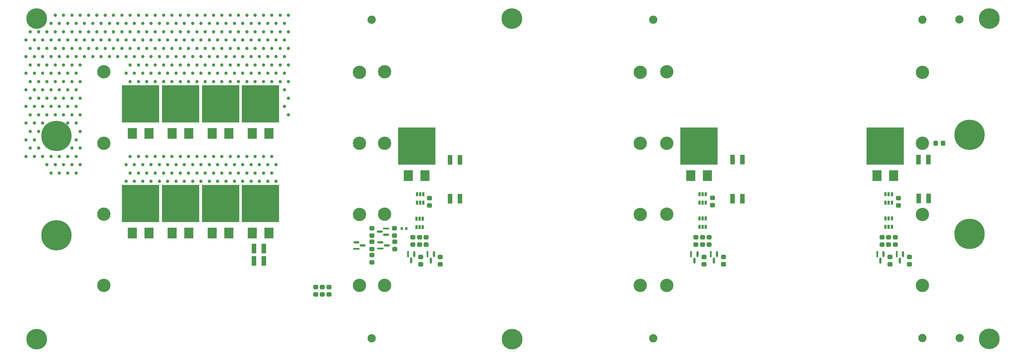
<source format=gbs>
G04*
G04 #@! TF.GenerationSoftware,Altium Limited,Altium Designer,21.6.4 (81)*
G04*
G04 Layer_Color=16711935*
%FSLAX43Y43*%
%MOMM*%
G71*
G04*
G04 #@! TF.SameCoordinates,3B1B0440-9CC4-4517-B04E-561091F89696*
G04*
G04*
G04 #@! TF.FilePolarity,Negative*
G04*
G01*
G75*
G04:AMPARAMS|DCode=21|XSize=1.403mm|YSize=1.503mm|CornerRadius=0.402mm|HoleSize=0mm|Usage=FLASHONLY|Rotation=0.000|XOffset=0mm|YOffset=0mm|HoleType=Round|Shape=RoundedRectangle|*
%AMROUNDEDRECTD21*
21,1,1.403,0.700,0,0,0.0*
21,1,0.600,1.503,0,0,0.0*
1,1,0.803,0.300,-0.350*
1,1,0.803,-0.300,-0.350*
1,1,0.803,-0.300,0.350*
1,1,0.803,0.300,0.350*
%
%ADD21ROUNDEDRECTD21*%
%ADD24C,4.013*%
%ADD25C,9.093*%
%ADD26C,1.003*%
%ADD27C,6.203*%
G04:AMPARAMS|DCode=37|XSize=1.824mm|YSize=0.618mm|CornerRadius=0.309mm|HoleSize=0mm|Usage=FLASHONLY|Rotation=0.000|XOffset=0mm|YOffset=0mm|HoleType=Round|Shape=RoundedRectangle|*
%AMROUNDEDRECTD37*
21,1,1.824,0.000,0,0,0.0*
21,1,1.206,0.618,0,0,0.0*
1,1,0.618,0.603,0.000*
1,1,0.618,-0.603,0.000*
1,1,0.618,-0.603,0.000*
1,1,0.618,0.603,0.000*
%
%ADD37ROUNDEDRECTD37*%
%ADD38R,1.824X0.618*%
%ADD39R,1.358X2.906*%
%ADD43R,0.618X1.824*%
G04:AMPARAMS|DCode=44|XSize=1.824mm|YSize=0.618mm|CornerRadius=0.309mm|HoleSize=0mm|Usage=FLASHONLY|Rotation=270.000|XOffset=0mm|YOffset=0mm|HoleType=Round|Shape=RoundedRectangle|*
%AMROUNDEDRECTD44*
21,1,1.824,0.000,0,0,270.0*
21,1,1.206,0.618,0,0,270.0*
1,1,0.618,0.000,-0.603*
1,1,0.618,0.000,0.603*
1,1,0.618,0.000,0.603*
1,1,0.618,0.000,-0.603*
%
%ADD44ROUNDEDRECTD44*%
G04:AMPARAMS|DCode=49|XSize=1.403mm|YSize=1.503mm|CornerRadius=0.402mm|HoleSize=0mm|Usage=FLASHONLY|Rotation=270.000|XOffset=0mm|YOffset=0mm|HoleType=Round|Shape=RoundedRectangle|*
%AMROUNDEDRECTD49*
21,1,1.403,0.700,0,0,270.0*
21,1,0.600,1.503,0,0,270.0*
1,1,0.803,-0.350,-0.300*
1,1,0.803,-0.350,0.300*
1,1,0.803,0.350,0.300*
1,1,0.803,0.350,-0.300*
%
%ADD49ROUNDEDRECTD49*%
%ADD50R,0.803X0.903*%
%ADD51R,2.703X3.203*%
%ADD52R,11.203X11.203*%
%ADD53R,0.711X1.219*%
%ADD54C,2.489*%
D21*
X305453Y203962D02*
D03*
X307653D02*
D03*
D24*
X224739Y161163D02*
D03*
Y182626D02*
D03*
Y203962D02*
D03*
Y225425D02*
D03*
X301447Y161163D02*
D03*
Y182499D02*
D03*
Y203962D02*
D03*
Y225298D02*
D03*
X140081Y161163D02*
D03*
Y182626D02*
D03*
Y203962D02*
D03*
Y225425D02*
D03*
X216789Y161163D02*
D03*
Y182499D02*
D03*
Y203962D02*
D03*
Y225298D02*
D03*
X55880Y161163D02*
D03*
Y182626D02*
D03*
Y203962D02*
D03*
Y225425D02*
D03*
X132588Y161163D02*
D03*
Y182499D02*
D03*
Y203962D02*
D03*
Y225298D02*
D03*
D25*
X41605Y176276D02*
D03*
Y206121D02*
D03*
X315595Y206502D02*
D03*
Y176657D02*
D03*
D26*
X111250Y242500D02*
D03*
X110000Y240000D02*
D03*
X111250Y237500D02*
D03*
X110000Y235000D02*
D03*
X111250Y232500D02*
D03*
X110000Y230000D02*
D03*
X111250Y227500D02*
D03*
X110000Y225000D02*
D03*
X111250Y222500D02*
D03*
X110000Y220000D02*
D03*
X111250Y217500D02*
D03*
X110000Y215000D02*
D03*
X111250Y212500D02*
D03*
X108750Y242500D02*
D03*
X107500Y240000D02*
D03*
X108750Y237500D02*
D03*
X107500Y235000D02*
D03*
X108750Y232500D02*
D03*
X107500Y230000D02*
D03*
X108750Y227500D02*
D03*
X107500Y225000D02*
D03*
X108750Y222500D02*
D03*
X106250Y242500D02*
D03*
X105000Y240000D02*
D03*
X106250Y237500D02*
D03*
X105000Y235000D02*
D03*
X106250Y232500D02*
D03*
X105000Y230000D02*
D03*
X106250Y227500D02*
D03*
X105000Y225000D02*
D03*
X106250Y222500D02*
D03*
X103750Y242500D02*
D03*
X102500Y240000D02*
D03*
X103750Y237500D02*
D03*
X102500Y235000D02*
D03*
X103750Y232500D02*
D03*
X102500Y230000D02*
D03*
X103750Y227500D02*
D03*
X102500Y225000D02*
D03*
X103750Y222500D02*
D03*
X101250Y242500D02*
D03*
X100000Y240000D02*
D03*
X101250Y237500D02*
D03*
X100000Y235000D02*
D03*
X101250Y232500D02*
D03*
X100000Y230000D02*
D03*
X101250Y227500D02*
D03*
X100000Y225000D02*
D03*
X101250Y222500D02*
D03*
X98750Y242500D02*
D03*
X97500Y240000D02*
D03*
X98750Y237500D02*
D03*
X97500Y235000D02*
D03*
X98750Y232500D02*
D03*
X97500Y230000D02*
D03*
X98750Y227500D02*
D03*
X97500Y225000D02*
D03*
X98750Y222500D02*
D03*
X96250Y242500D02*
D03*
X95000Y240000D02*
D03*
X96250Y237500D02*
D03*
X95000Y235000D02*
D03*
X96250Y232500D02*
D03*
X95000Y230000D02*
D03*
X96250Y227500D02*
D03*
X95000Y225000D02*
D03*
X96250Y222500D02*
D03*
X93750Y242500D02*
D03*
X92500Y240000D02*
D03*
X93750Y237500D02*
D03*
X92500Y235000D02*
D03*
X93750Y232500D02*
D03*
X92500Y230000D02*
D03*
X93750Y227500D02*
D03*
X92500Y225000D02*
D03*
X93750Y222500D02*
D03*
X91250Y242500D02*
D03*
X90000Y240000D02*
D03*
X91250Y237500D02*
D03*
X90000Y235000D02*
D03*
X91250Y232500D02*
D03*
X90000Y230000D02*
D03*
X91250Y227500D02*
D03*
X90000Y225000D02*
D03*
X91250Y222500D02*
D03*
X88750Y242500D02*
D03*
X87500Y240000D02*
D03*
X88750Y237500D02*
D03*
X87500Y235000D02*
D03*
X88750Y232500D02*
D03*
X87500Y230000D02*
D03*
X88750Y227500D02*
D03*
X87500Y225000D02*
D03*
X88750Y222500D02*
D03*
X86250Y242500D02*
D03*
X85000Y240000D02*
D03*
X86250Y237500D02*
D03*
X85000Y235000D02*
D03*
X86250Y232500D02*
D03*
X85000Y230000D02*
D03*
X86250Y227500D02*
D03*
X85000Y225000D02*
D03*
X86250Y222500D02*
D03*
X83750Y242500D02*
D03*
X82500Y240000D02*
D03*
X83750Y237500D02*
D03*
X82500Y235000D02*
D03*
X83750Y232500D02*
D03*
X82500Y230000D02*
D03*
X83750Y227500D02*
D03*
X82500Y225000D02*
D03*
X83750Y222500D02*
D03*
X81250Y242500D02*
D03*
X80000Y240000D02*
D03*
X81250Y237500D02*
D03*
X80000Y235000D02*
D03*
X81250Y232500D02*
D03*
X80000Y230000D02*
D03*
X81250Y227500D02*
D03*
X80000Y225000D02*
D03*
X81250Y222500D02*
D03*
X78750Y242500D02*
D03*
X77500Y240000D02*
D03*
X78750Y237500D02*
D03*
X77500Y235000D02*
D03*
X78750Y232500D02*
D03*
X77500Y230000D02*
D03*
X78750Y227500D02*
D03*
X77500Y225000D02*
D03*
X78750Y222500D02*
D03*
X76250Y242500D02*
D03*
X75000Y240000D02*
D03*
X76250Y237500D02*
D03*
X75000Y235000D02*
D03*
X76250Y232500D02*
D03*
X75000Y230000D02*
D03*
X76250Y227500D02*
D03*
X75000Y225000D02*
D03*
X76250Y222500D02*
D03*
X73750Y242500D02*
D03*
X72500Y240000D02*
D03*
X73750Y237500D02*
D03*
X72500Y235000D02*
D03*
X73750Y232500D02*
D03*
X72500Y230000D02*
D03*
X73750Y227500D02*
D03*
X72500Y225000D02*
D03*
X73750Y222500D02*
D03*
X71250Y242500D02*
D03*
X70000Y240000D02*
D03*
X71250Y237500D02*
D03*
X70000Y235000D02*
D03*
X71250Y232500D02*
D03*
X70000Y230000D02*
D03*
X71250Y227500D02*
D03*
X70000Y225000D02*
D03*
X71250Y222500D02*
D03*
X68750Y242500D02*
D03*
X67500Y240000D02*
D03*
X68750Y237500D02*
D03*
X67500Y235000D02*
D03*
X68750Y232500D02*
D03*
X67500Y230000D02*
D03*
X68750Y227500D02*
D03*
X67500Y225000D02*
D03*
X68750Y222500D02*
D03*
X66250Y242500D02*
D03*
X65000Y240000D02*
D03*
X66250Y237500D02*
D03*
X65000Y235000D02*
D03*
X66250Y232500D02*
D03*
X65000Y230000D02*
D03*
X66250Y227500D02*
D03*
X65000Y225000D02*
D03*
X66250Y222500D02*
D03*
X63750Y242500D02*
D03*
X62500Y240000D02*
D03*
X63750Y237500D02*
D03*
X62500Y235000D02*
D03*
X63750Y232500D02*
D03*
X62500Y230000D02*
D03*
X63750Y227500D02*
D03*
X62500Y225000D02*
D03*
X63750Y222500D02*
D03*
X61250Y242500D02*
D03*
X60000Y240000D02*
D03*
X61250Y237500D02*
D03*
X60000Y235000D02*
D03*
X61250Y232500D02*
D03*
X60000Y230000D02*
D03*
X58750Y242500D02*
D03*
X57500Y240000D02*
D03*
X58750Y237500D02*
D03*
X57500Y235000D02*
D03*
X58750Y232500D02*
D03*
X57500Y230000D02*
D03*
X56250Y242500D02*
D03*
X55000Y240000D02*
D03*
X56250Y237500D02*
D03*
X55000Y235000D02*
D03*
X56250Y232500D02*
D03*
X55000Y230000D02*
D03*
X53750Y242500D02*
D03*
X52500Y240000D02*
D03*
X53750Y237500D02*
D03*
X52500Y235000D02*
D03*
X53750Y232500D02*
D03*
X52500Y230000D02*
D03*
X51250Y242500D02*
D03*
X50000Y240000D02*
D03*
X51250Y237500D02*
D03*
X50000Y235000D02*
D03*
X51250Y232500D02*
D03*
X50000Y230000D02*
D03*
X48750Y242500D02*
D03*
X47500Y240000D02*
D03*
X48750Y237500D02*
D03*
X47500Y235000D02*
D03*
X48750Y232500D02*
D03*
X47500Y230000D02*
D03*
X48750Y227500D02*
D03*
X47500Y225000D02*
D03*
X48750Y222500D02*
D03*
X47500Y220000D02*
D03*
X48750Y217500D02*
D03*
X47500Y215000D02*
D03*
X48750Y212500D02*
D03*
X47500Y210000D02*
D03*
X48750Y207500D02*
D03*
X47500Y205000D02*
D03*
X48750Y202500D02*
D03*
X47500Y200000D02*
D03*
X48750Y197500D02*
D03*
X47500Y195000D02*
D03*
X46250Y242500D02*
D03*
X45000Y240000D02*
D03*
X46250Y237500D02*
D03*
X45000Y235000D02*
D03*
X46250Y232500D02*
D03*
X45000Y230000D02*
D03*
X46250Y227500D02*
D03*
X45000Y225000D02*
D03*
X46250Y222500D02*
D03*
X45000Y220000D02*
D03*
X46250Y217500D02*
D03*
X45000Y215000D02*
D03*
X46250Y212500D02*
D03*
X45000Y210000D02*
D03*
X46250Y202500D02*
D03*
X45000Y200000D02*
D03*
X46250Y197500D02*
D03*
X45000Y195000D02*
D03*
X43750Y242500D02*
D03*
X42500Y240000D02*
D03*
X43750Y237500D02*
D03*
X42500Y235000D02*
D03*
X43750Y232500D02*
D03*
X42500Y230000D02*
D03*
X43750Y227500D02*
D03*
X42500Y225000D02*
D03*
X43750Y222500D02*
D03*
X42500Y220000D02*
D03*
X43750Y217500D02*
D03*
X42500Y215000D02*
D03*
X43750Y212500D02*
D03*
X42500Y200000D02*
D03*
X43750Y197500D02*
D03*
X42500Y195000D02*
D03*
X41250Y242500D02*
D03*
X40000Y240000D02*
D03*
X41250Y237500D02*
D03*
X40000Y235000D02*
D03*
X41250Y232500D02*
D03*
X40000Y230000D02*
D03*
X41250Y227500D02*
D03*
X40000Y225000D02*
D03*
X41250Y222500D02*
D03*
X40000Y220000D02*
D03*
X41250Y217500D02*
D03*
X40000Y215000D02*
D03*
X41250Y212500D02*
D03*
X40000Y200000D02*
D03*
X41250Y197500D02*
D03*
X40000Y195000D02*
D03*
X38750Y237500D02*
D03*
X37500Y235000D02*
D03*
X38750Y232500D02*
D03*
X37500Y230000D02*
D03*
X38750Y227500D02*
D03*
X37500Y225000D02*
D03*
X38750Y222500D02*
D03*
X37500Y220000D02*
D03*
X38750Y217500D02*
D03*
X37500Y215000D02*
D03*
X38750Y212500D02*
D03*
X37500Y210000D02*
D03*
Y200000D02*
D03*
X38750Y197500D02*
D03*
X36250Y237500D02*
D03*
X35000Y235000D02*
D03*
X36250Y232500D02*
D03*
X35000Y230000D02*
D03*
X36250Y227500D02*
D03*
X35000Y225000D02*
D03*
X36250Y222500D02*
D03*
X35000Y220000D02*
D03*
X36250Y217500D02*
D03*
X35000Y215000D02*
D03*
X36250Y212500D02*
D03*
X35000Y210000D02*
D03*
X36250Y207500D02*
D03*
X35000Y205000D02*
D03*
X36250Y202500D02*
D03*
X35000Y200000D02*
D03*
X33750Y237500D02*
D03*
X32500Y235000D02*
D03*
X33750Y232500D02*
D03*
X32500Y230000D02*
D03*
X33750Y227500D02*
D03*
X32500Y225000D02*
D03*
X33750Y222500D02*
D03*
X32500Y220000D02*
D03*
X33750Y217500D02*
D03*
X32500Y215000D02*
D03*
X33750Y212500D02*
D03*
X32500Y210000D02*
D03*
X33750Y207500D02*
D03*
X32500Y205000D02*
D03*
X33750Y202500D02*
D03*
X32500Y200000D02*
D03*
X107500Y197500D02*
D03*
Y192500D02*
D03*
X106250Y200000D02*
D03*
X105000Y197500D02*
D03*
X106250Y195000D02*
D03*
X105000Y192500D02*
D03*
X103750Y200000D02*
D03*
X102500Y197500D02*
D03*
X103750Y195000D02*
D03*
X102500Y192500D02*
D03*
X101250Y200000D02*
D03*
X100000Y197500D02*
D03*
X101250Y195000D02*
D03*
X100000Y192500D02*
D03*
X98750Y200000D02*
D03*
X97500Y197500D02*
D03*
X98750Y195000D02*
D03*
X97500Y192500D02*
D03*
X96250Y200000D02*
D03*
X95000Y197500D02*
D03*
X96250Y195000D02*
D03*
X95000Y192500D02*
D03*
X93750Y200000D02*
D03*
X92500Y197500D02*
D03*
X93750Y195000D02*
D03*
X92500Y192500D02*
D03*
X91250Y200000D02*
D03*
X90000Y197500D02*
D03*
X91250Y195000D02*
D03*
X90000Y192500D02*
D03*
X88750Y200000D02*
D03*
X87500Y197500D02*
D03*
X88750Y195000D02*
D03*
X87500Y192500D02*
D03*
X86250Y200000D02*
D03*
X85000Y197500D02*
D03*
X86250Y195000D02*
D03*
X85000Y192500D02*
D03*
X83750Y200000D02*
D03*
X82500Y197500D02*
D03*
X83750Y195000D02*
D03*
X82500Y192500D02*
D03*
X81250Y200000D02*
D03*
X80000Y197500D02*
D03*
X81250Y195000D02*
D03*
X80000Y192500D02*
D03*
X78750Y200000D02*
D03*
X77500Y197500D02*
D03*
X78750Y195000D02*
D03*
X77500Y192500D02*
D03*
X76250Y200000D02*
D03*
X75000Y197500D02*
D03*
X76250Y195000D02*
D03*
X75000Y192500D02*
D03*
X73750Y200000D02*
D03*
X72500Y197500D02*
D03*
X73750Y195000D02*
D03*
X72500Y192500D02*
D03*
X71250Y200000D02*
D03*
X70000Y197500D02*
D03*
X71250Y195000D02*
D03*
X70000Y192500D02*
D03*
X68750Y200000D02*
D03*
X67500Y197500D02*
D03*
X68750Y195000D02*
D03*
X67500Y192500D02*
D03*
X66250Y200000D02*
D03*
X65000Y197500D02*
D03*
X66250Y195000D02*
D03*
X65000Y192500D02*
D03*
X63750Y200000D02*
D03*
X62500Y197500D02*
D03*
X63750Y195000D02*
D03*
X62500Y192500D02*
D03*
D27*
X321539Y145059D02*
D03*
X178257Y241427D02*
D03*
X178359Y145009D02*
D03*
X35687D02*
D03*
X321513Y241427D02*
D03*
X35687D02*
D03*
D37*
X140762Y173203D02*
D03*
X138841Y174153D02*
D03*
X133497Y173177D02*
D03*
X131577Y174127D02*
D03*
X140533Y176418D02*
D03*
X138613Y177368D02*
D03*
D38*
X138841Y172253D02*
D03*
X131577Y172227D02*
D03*
X140533Y178318D02*
D03*
D39*
X100923Y172288D02*
D03*
X103877D02*
D03*
X100923Y168554D02*
D03*
X103877D02*
D03*
X159733Y187274D02*
D03*
X162687D02*
D03*
X159737Y198958D02*
D03*
X162691D02*
D03*
X244471Y187300D02*
D03*
X247425D02*
D03*
X244471Y198998D02*
D03*
X247425D02*
D03*
X300275Y199009D02*
D03*
X303229D02*
D03*
X300326Y187325D02*
D03*
X303280D02*
D03*
D43*
X147081Y170607D02*
D03*
X152984Y170586D02*
D03*
X232070Y170581D02*
D03*
X237922Y170561D02*
D03*
X293751Y170586D02*
D03*
X287899Y170577D02*
D03*
D44*
X148981Y170607D02*
D03*
X148031Y168686D02*
D03*
X154884Y170586D02*
D03*
X153934Y168666D02*
D03*
X233970Y170581D02*
D03*
X233020Y168661D02*
D03*
X239822Y170561D02*
D03*
X238872Y168641D02*
D03*
X295651Y170586D02*
D03*
X294701Y168666D02*
D03*
X289799Y170577D02*
D03*
X288849Y168657D02*
D03*
D49*
X143104Y172128D02*
D03*
Y174328D02*
D03*
X143027Y176141D02*
D03*
Y178341D02*
D03*
X136246Y174346D02*
D03*
Y172146D02*
D03*
Y178341D02*
D03*
Y176141D02*
D03*
Y168132D02*
D03*
Y170332D02*
D03*
X119405Y158445D02*
D03*
Y160645D02*
D03*
X121412D02*
D03*
Y158445D02*
D03*
X123419Y160645D02*
D03*
Y158445D02*
D03*
X148539Y175674D02*
D03*
Y173474D02*
D03*
X150546Y175674D02*
D03*
Y173474D02*
D03*
X152552Y175674D02*
D03*
Y173474D02*
D03*
X156743Y169747D02*
D03*
Y167547D02*
D03*
X150927Y167535D02*
D03*
Y169735D02*
D03*
X153518Y187460D02*
D03*
Y185260D02*
D03*
X235483Y175649D02*
D03*
Y173449D02*
D03*
X233502Y175649D02*
D03*
Y173449D02*
D03*
X237490Y175649D02*
D03*
Y173449D02*
D03*
X235915Y167509D02*
D03*
Y169709D02*
D03*
X241732Y169721D02*
D03*
Y167521D02*
D03*
X238455Y187477D02*
D03*
Y185277D02*
D03*
X297561Y169717D02*
D03*
Y167517D02*
D03*
X291744D02*
D03*
Y169717D02*
D03*
X291313Y175674D02*
D03*
Y173474D02*
D03*
X293319Y175674D02*
D03*
Y173474D02*
D03*
X289357Y175674D02*
D03*
Y173474D02*
D03*
X294284Y187442D02*
D03*
Y185242D02*
D03*
D50*
X145209Y178308D02*
D03*
X146609D02*
D03*
D51*
X100363Y176924D02*
D03*
X105363D02*
D03*
X88363D02*
D03*
X93363D02*
D03*
X76363D02*
D03*
X81363D02*
D03*
X64363D02*
D03*
X69363D02*
D03*
X64363Y206924D02*
D03*
X69363D02*
D03*
X76363D02*
D03*
X81363D02*
D03*
X88363D02*
D03*
X93363D02*
D03*
X100363D02*
D03*
X105363D02*
D03*
X152208Y194173D02*
D03*
X147208D02*
D03*
X236942Y194198D02*
D03*
X231942D02*
D03*
X292786Y194183D02*
D03*
X287786D02*
D03*
D52*
X102863Y185824D02*
D03*
X90863D02*
D03*
X78863D02*
D03*
X66863D02*
D03*
Y215824D02*
D03*
X78863D02*
D03*
X90863D02*
D03*
X102863D02*
D03*
X149708Y203073D02*
D03*
X234442Y203098D02*
D03*
X290286Y203083D02*
D03*
D53*
X149809Y186055D02*
D03*
X150749D02*
D03*
X151714D02*
D03*
X149809Y188595D02*
D03*
X150749D02*
D03*
X151714D02*
D03*
X149631Y178714D02*
D03*
X150571D02*
D03*
X151536D02*
D03*
X149631Y181254D02*
D03*
X150571D02*
D03*
X151536D02*
D03*
X234569Y178765D02*
D03*
X235509D02*
D03*
X236474D02*
D03*
X234569Y181305D02*
D03*
X235509D02*
D03*
X236474D02*
D03*
X234544Y186080D02*
D03*
X235483D02*
D03*
X236449D02*
D03*
X234544Y188620D02*
D03*
X235483D02*
D03*
X236449D02*
D03*
X290373Y186080D02*
D03*
X291313D02*
D03*
X292278D02*
D03*
X290373Y188620D02*
D03*
X291313D02*
D03*
X292278D02*
D03*
X290398Y178791D02*
D03*
X291338D02*
D03*
X292303D02*
D03*
X290398Y181331D02*
D03*
X291338D02*
D03*
X292303D02*
D03*
D54*
X301473Y241148D02*
D03*
X220675D02*
D03*
X136220Y241097D02*
D03*
X312598Y145313D02*
D03*
X220675Y145288D02*
D03*
X301473Y145313D02*
D03*
X312522Y241173D02*
D03*
X136220Y145237D02*
D03*
M02*

</source>
